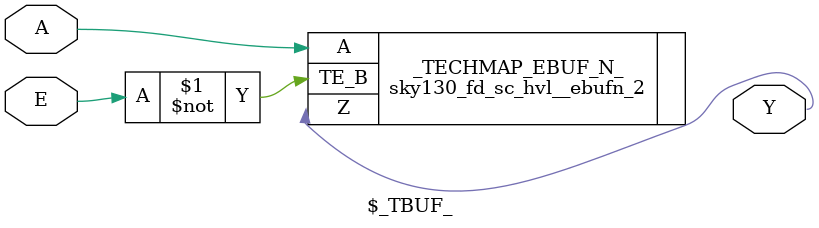
<source format=v>
module \$_TBUF_ (input A, input E, output Y);
  sky130_fd_sc_hvl__ebufn_2 _TECHMAP_EBUF_N_ (
    .A(A),
    .Z(Y),
    .TE_B(~E));
endmodule

</source>
